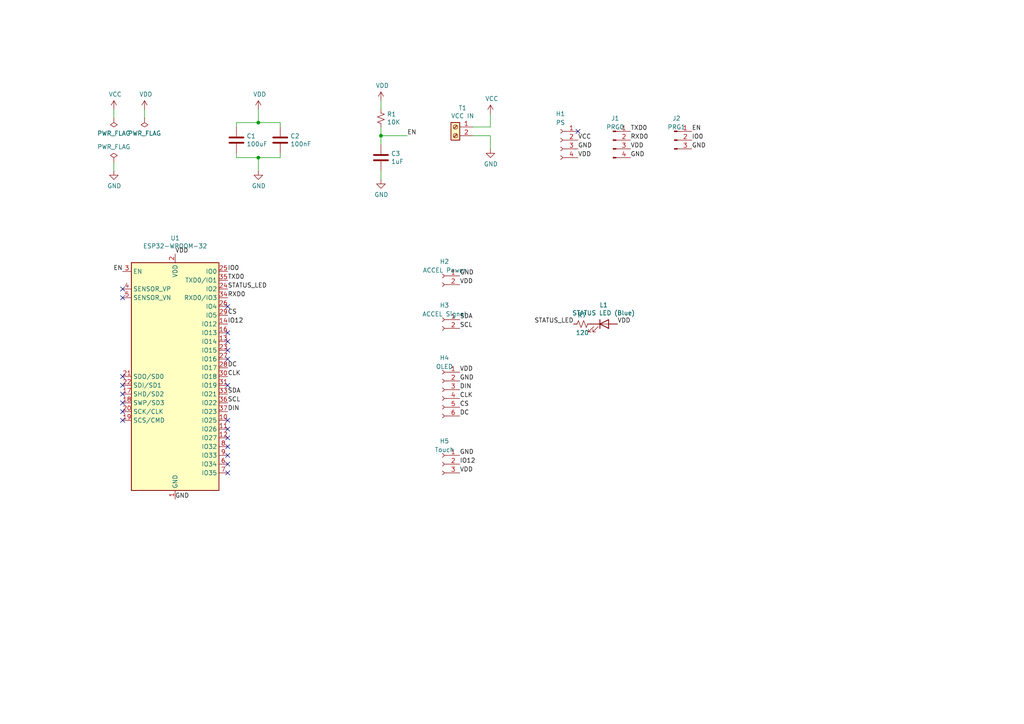
<source format=kicad_sch>
(kicad_sch (version 20211123) (generator eeschema)
  (paper "A4")
  (title_block (title "FELLeveler") (date "2021-10-15") (rev "1.0"))
  (lib_symbols
    (symbol "Connector:Conn_01x02_Female" (pin_names (offset 1.016) hide)
      (property "Reference" "J" (at 0 2.54 0))
      (property "Value" "Conn_01x02_Female" (at 0 -5.08 0))
      (symbol "Conn_01x02_Female_1_1"
        (arc (start 0 -2.032) (mid -0.508 -2.54) (end 0 -3.048) (stroke (width 0.1524)))
        (polyline (pts (xy -1.27 -2.54) (xy -0.508 -2.54)) (stroke (width 0.1524)))
        (polyline (pts (xy -1.27 0) (xy -0.508 0)) (stroke (width 0.1524)))
        (arc (start 0 0.508) (mid -0.508 0) (end 0 -0.508) (stroke (width 0.1524)))
        (pin passive line (at -5.08 0 0) (length 3.81) (name "Pin_1") (number "1"))
        (pin passive line (at -5.08 -2.54 0) (length 3.81) (name "Pin_2") (number "2"))
      )
    )
    (symbol "Connector:Conn_01x03_Female" (pin_names (offset 1.016) hide)
      (property "Reference" "J" (at 0 5.08 0))
      (property "Value" "Conn_01x03_Female" (at 0 -5.08 0))
      (symbol "Conn_01x03_Female_1_1"
        (arc (start 0 -2.032) (mid -0.508 -2.54) (end 0 -3.048) (stroke (width 0.1524)))
        (polyline (pts (xy -1.27 -2.54) (xy -0.508 -2.54)) (stroke (width 0.1524)))
        (polyline (pts (xy -1.27 0) (xy -0.508 0)) (stroke (width 0.1524)))
        (polyline (pts (xy -1.27 2.54) (xy -0.508 2.54)) (stroke (width 0.1524)))
        (arc (start 0 0.508) (mid -0.508 0) (end 0 -0.508) (stroke (width 0.1524)))
        (arc (start 0 3.048) (mid -0.508 2.54) (end 0 2.032) (stroke (width 0.1524)))
        (pin passive line (at -5.08 2.54 0) (length 3.81) (name "Pin_1") (number "1"))
        (pin passive line (at -5.08 0 0) (length 3.81) (name "Pin_2") (number "2"))
        (pin passive line (at -5.08 -2.54 0) (length 3.81) (name "Pin_3") (number "3"))
      )
    )
    (symbol "Connector:Conn_01x03_Male" (pin_names (offset 1.016) hide)
      (property "Reference" "J" (at 0 5.08 0))
      (property "Value" "Conn_01x03_Male" (at 0 -5.08 0))
      (symbol "Conn_01x03_Male_1_1"
        (polyline (pts (xy 1.27 -2.54) (xy 0.8636 -2.54)) (stroke (width 0.1524)))
        (polyline (pts (xy 1.27 0) (xy 0.8636 0)) (stroke (width 0.1524)))
        (polyline (pts (xy 1.27 2.54) (xy 0.8636 2.54)) (stroke (width 0.1524)))
        (rectangle (start 0.8636 -2.413) (end 0 -2.667) (stroke (width 0.1524)) (fill (type outline)))
        (rectangle (start 0.8636 0.127) (end 0 -0.127) (stroke (width 0.1524)) (fill (type outline)))
        (rectangle (start 0.8636 2.667) (end 0 2.413) (stroke (width 0.1524)) (fill (type outline)))
        (pin passive line (at 5.08 2.54 180) (length 3.81) (name "Pin_1") (number "1"))
        (pin passive line (at 5.08 0 180) (length 3.81) (name "Pin_2") (number "2"))
        (pin passive line (at 5.08 -2.54 180) (length 3.81) (name "Pin_3") (number "3"))
      )
    )
    (symbol "Connector:Conn_01x04_Female" (pin_names (offset 1.016) hide)
      (property "Reference" "J" (at 0 5.08 0))
      (property "Value" "Conn_01x04_Female" (at 0 -7.62 0))
      (symbol "Conn_01x04_Female_1_1"
        (arc (start 0 -4.572) (mid -0.508 -5.08) (end 0 -5.588) (stroke (width 0.1524)))
        (arc (start 0 -2.032) (mid -0.508 -2.54) (end 0 -3.048) (stroke (width 0.1524)))
        (polyline (pts (xy -1.27 -5.08) (xy -0.508 -5.08)) (stroke (width 0.1524)))
        (polyline (pts (xy -1.27 -2.54) (xy -0.508 -2.54)) (stroke (width 0.1524)))
        (polyline (pts (xy -1.27 0) (xy -0.508 0)) (stroke (width 0.1524)))
        (polyline (pts (xy -1.27 2.54) (xy -0.508 2.54)) (stroke (width 0.1524)))
        (arc (start 0 0.508) (mid -0.508 0) (end 0 -0.508) (stroke (width 0.1524)))
        (arc (start 0 3.048) (mid -0.508 2.54) (end 0 2.032) (stroke (width 0.1524)))
        (pin passive line (at -5.08 2.54 0) (length 3.81) (name "Pin_1") (number "1"))
        (pin passive line (at -5.08 0 0) (length 3.81) (name "Pin_2") (number "2"))
        (pin passive line (at -5.08 -2.54 0) (length 3.81) (name "Pin_3") (number "3"))
        (pin passive line (at -5.08 -5.08 0) (length 3.81) (name "Pin_4") (number "4"))
      )
    )
    (symbol "Connector:Conn_01x04_Male" (pin_names (offset 1.016) hide)
      (property "Reference" "J" (at 0 5.08 0))
      (property "Value" "Conn_01x04_Male" (at 0 -7.62 0))
      (symbol "Conn_01x04_Male_1_1"
        (polyline (pts (xy 1.27 -5.08) (xy 0.8636 -5.08)) (stroke (width 0.1524)))
        (polyline (pts (xy 1.27 -2.54) (xy 0.8636 -2.54)) (stroke (width 0.1524)))
        (polyline (pts (xy 1.27 0) (xy 0.8636 0)) (stroke (width 0.1524)))
        (polyline (pts (xy 1.27 2.54) (xy 0.8636 2.54)) (stroke (width 0.1524)))
        (rectangle (start 0.8636 -4.953) (end 0 -5.207) (stroke (width 0.1524)) (fill (type outline)))
        (rectangle (start 0.8636 -2.413) (end 0 -2.667) (stroke (width 0.1524)) (fill (type outline)))
        (rectangle (start 0.8636 0.127) (end 0 -0.127) (stroke (width 0.1524)) (fill (type outline)))
        (rectangle (start 0.8636 2.667) (end 0 2.413) (stroke (width 0.1524)) (fill (type outline)))
        (pin passive line (at 5.08 2.54 180) (length 3.81) (name "Pin_1") (number "1"))
        (pin passive line (at 5.08 0 180) (length 3.81) (name "Pin_2") (number "2"))
        (pin passive line (at 5.08 -2.54 180) (length 3.81) (name "Pin_3") (number "3"))
        (pin passive line (at 5.08 -5.08 180) (length 3.81) (name "Pin_4") (number "4"))
      )
    )
    (symbol "Connector:Conn_01x06_Female" (pin_names (offset 1.016) hide)
      (property "Reference" "J" (at 0 7.62 0))
      (property "Value" "Conn_01x06_Female" (at 0 -10.16 0))
      (symbol "Conn_01x06_Female_1_1"
        (arc (start 0 -7.112) (mid -0.508 -7.62) (end 0 -8.128) (stroke (width 0.1524)))
        (arc (start 0 -4.572) (mid -0.508 -5.08) (end 0 -5.588) (stroke (width 0.1524)))
        (arc (start 0 -2.032) (mid -0.508 -2.54) (end 0 -3.048) (stroke (width 0.1524)))
        (polyline (pts (xy -1.27 -7.62) (xy -0.508 -7.62)) (stroke (width 0.1524)))
        (polyline (pts (xy -1.27 -5.08) (xy -0.508 -5.08)) (stroke (width 0.1524)))
        (polyline (pts (xy -1.27 -2.54) (xy -0.508 -2.54)) (stroke (width 0.1524)))
        (polyline (pts (xy -1.27 0) (xy -0.508 0)) (stroke (width 0.1524)))
        (polyline (pts (xy -1.27 2.54) (xy -0.508 2.54)) (stroke (width 0.1524)))
        (polyline (pts (xy -1.27 5.08) (xy -0.508 5.08)) (stroke (width 0.1524)))
        (arc (start 0 0.508) (mid -0.508 0) (end 0 -0.508) (stroke (width 0.1524)))
        (arc (start 0 3.048) (mid -0.508 2.54) (end 0 2.032) (stroke (width 0.1524)))
        (arc (start 0 5.588) (mid -0.508 5.08) (end 0 4.572) (stroke (width 0.1524)))
        (pin passive line (at -5.08 5.08 0) (length 3.81) (name "Pin_1") (number "1"))
        (pin passive line (at -5.08 2.54 0) (length 3.81) (name "Pin_2") (number "2"))
        (pin passive line (at -5.08 0 0) (length 3.81) (name "Pin_3") (number "3"))
        (pin passive line (at -5.08 -2.54 0) (length 3.81) (name "Pin_4") (number "4"))
        (pin passive line (at -5.08 -5.08 0) (length 3.81) (name "Pin_5") (number "5"))
        (pin passive line (at -5.08 -7.62 0) (length 3.81) (name "Pin_6") (number "6"))
      )
    )
    (symbol "Connector:Screw_Terminal_01x02" (pin_names (offset 1.016) hide)
      (property "Reference" "J" (at 0 2.54 0))
      (property "Value" "Screw_Terminal_01x02" (at 0 -5.08 0))
      (symbol "Screw_Terminal_01x02_1_1"
        (rectangle (start -1.27 1.27) (end 1.27 -3.81) (stroke (width 0.254)) (fill (type background)))
        (circle (center 0 -2.54) (radius 0.635) (stroke (width 0.1524)))
        (polyline (pts (xy -0.5334 -2.2098) (xy 0.3302 -3.048)) (stroke (width 0.1524)))
        (polyline (pts (xy -0.5334 0.3302) (xy 0.3302 -0.508)) (stroke (width 0.1524)))
        (polyline (pts (xy -0.3556 -2.032) (xy 0.508 -2.8702)) (stroke (width 0.1524)))
        (polyline (pts (xy -0.3556 0.508) (xy 0.508 -0.3302)) (stroke (width 0.1524)))
        (circle (center 0 0) (radius 0.635) (stroke (width 0.1524)))
        (pin passive line (at -5.08 0 0) (length 3.81) (name "Pin_1") (number "1"))
        (pin passive line (at -5.08 -2.54 0) (length 3.81) (name "Pin_2") (number "2"))
      )
    )
    (symbol "Device:C" (pin_numbers hide) (pin_names (offset 0.254))
      (property "Reference" "C" (at 0.635 2.54 0))
      (property "Value" "C" (at 0.635 -2.54 0))
      (symbol "C_0_1"
        (polyline (pts (xy -2.032 -0.762) (xy 2.032 -0.762)) (stroke (width 0.508)))
        (polyline (pts (xy -2.032 0.762) (xy 2.032 0.762)) (stroke (width 0.508)))
      )
      (symbol "C_1_1"
        (pin passive line (at 0 3.81 270) (length 2.794) (name "~") (number "1"))
        (pin passive line (at 0 -3.81 90) (length 2.794) (name "~") (number "2"))
      )
    )
    (symbol "Device:LED" (pin_numbers hide) (pin_names (offset 1.016) hide)
      (property "Reference" "D" (at 0 2.54 0))
      (property "Value" "LED" (at 0 -2.54 0))
      (symbol "LED_0_1"
        (polyline (pts (xy -1.27 -1.27) (xy -1.27 1.27)) (stroke (width 0.254)))
        (polyline (pts (xy -1.27 0) (xy 1.27 0)))
        (polyline (pts (xy 1.27 -1.27) (xy 1.27 1.27) (xy -1.27 0) (xy 1.27 -1.27)) (stroke (width 0.254)))
        (polyline (pts (xy -3.048 -0.762) (xy -4.572 -2.286) (xy -3.81 -2.286) (xy -4.572 -2.286) (xy -4.572 -1.524)))
        (polyline (pts (xy -1.778 -0.762) (xy -3.302 -2.286) (xy -2.54 -2.286) (xy -3.302 -2.286) (xy -3.302 -1.524)))
      )
      (symbol "LED_1_1"
        (pin passive line (at -3.81 0 0) (length 2.54) (name "K") (number "1"))
        (pin passive line (at 3.81 0 180) (length 2.54) (name "A") (number "2"))
      )
    )
    (symbol "Device:R_Small_US" (pin_numbers hide) (pin_names (offset 0.254) hide)
      (property "Reference" "R" (at 0.762 0.508 0))
      (property "Value" "R_Small_US" (at 0.762 -1.016 0))
      (symbol "R_Small_US_1_1"
        (polyline (pts (xy 0 0) (xy 1.016 -0.381) (xy 0 -0.762) (xy -1.016 -1.143) (xy 0 -1.524)))
        (polyline (pts (xy 0 1.524) (xy 1.016 1.143) (xy 0 0.762) (xy -1.016 0.381) (xy 0 0)))
        (pin passive line (at 0 2.54 270) (length 1.016) (name "~") (number "1"))
        (pin passive line (at 0 -2.54 90) (length 1.016) (name "~") (number "2"))
      )
    )
    (symbol "RF_Module:ESP32-WROOM-32"
      (property "Reference" "U" (at -12.7 34.29 0))
      (property "Value" "ESP32-WROOM-32" (at 1.27 34.29 0))
      (symbol "ESP32-WROOM-32_0_1"
        (rectangle (start -12.7 33.02) (end 12.7 -33.02) (stroke (width 0.254)) (fill (type background)))
      )
      (symbol "ESP32-WROOM-32_1_1"
        (pin power_in line (at 0 -35.56 90) (length 2.54) (name "GND") (number "1"))
        (pin bidirectional line (at 15.24 -12.7 180) (length 2.54) (name "IO25") (number "10"))
        (pin bidirectional line (at 15.24 -15.24 180) (length 2.54) (name "IO26") (number "11"))
        (pin bidirectional line (at 15.24 -17.78 180) (length 2.54) (name "IO27") (number "12"))
        (pin bidirectional line (at 15.24 10.16 180) (length 2.54) (name "IO14") (number "13"))
        (pin bidirectional line (at 15.24 15.24 180) (length 2.54) (name "IO12") (number "14"))
        (pin passive line (at 0 -35.56 90) (length 2.54) hide (name "GND") (number "15"))
        (pin bidirectional line (at 15.24 12.7 180) (length 2.54) (name "IO13") (number "16"))
        (pin bidirectional line (at -15.24 -5.08 0) (length 2.54) (name "SHD/SD2") (number "17"))
        (pin bidirectional line (at -15.24 -7.62 0) (length 2.54) (name "SWP/SD3") (number "18"))
        (pin bidirectional line (at -15.24 -12.7 0) (length 2.54) (name "SCS/CMD") (number "19"))
        (pin power_in line (at 0 35.56 270) (length 2.54) (name "VDD") (number "2"))
        (pin bidirectional line (at -15.24 -10.16 0) (length 2.54) (name "SCK/CLK") (number "20"))
        (pin bidirectional line (at -15.24 0 0) (length 2.54) (name "SDO/SD0") (number "21"))
        (pin bidirectional line (at -15.24 -2.54 0) (length 2.54) (name "SDI/SD1") (number "22"))
        (pin bidirectional line (at 15.24 7.62 180) (length 2.54) (name "IO15") (number "23"))
        (pin bidirectional line (at 15.24 25.4 180) (length 2.54) (name "IO2") (number "24"))
        (pin bidirectional line (at 15.24 30.48 180) (length 2.54) (name "IO0") (number "25"))
        (pin bidirectional line (at 15.24 20.32 180) (length 2.54) (name "IO4") (number "26"))
        (pin bidirectional line (at 15.24 5.08 180) (length 2.54) (name "IO16") (number "27"))
        (pin bidirectional line (at 15.24 2.54 180) (length 2.54) (name "IO17") (number "28"))
        (pin bidirectional line (at 15.24 17.78 180) (length 2.54) (name "IO5") (number "29"))
        (pin input line (at -15.24 30.48 0) (length 2.54) (name "EN") (number "3"))
        (pin bidirectional line (at 15.24 0 180) (length 2.54) (name "IO18") (number "30"))
        (pin bidirectional line (at 15.24 -2.54 180) (length 2.54) (name "IO19") (number "31"))
        (pin no_connect line (at -12.7 -27.94 0) (length 2.54) hide (name "NC") (number "32"))
        (pin bidirectional line (at 15.24 -5.08 180) (length 2.54) (name "IO21") (number "33"))
        (pin bidirectional line (at 15.24 22.86 180) (length 2.54) (name "RXD0/IO3") (number "34"))
        (pin bidirectional line (at 15.24 27.94 180) (length 2.54) (name "TXD0/IO1") (number "35"))
        (pin bidirectional line (at 15.24 -7.62 180) (length 2.54) (name "IO22") (number "36"))
        (pin bidirectional line (at 15.24 -10.16 180) (length 2.54) (name "IO23") (number "37"))
        (pin passive line (at 0 -35.56 90) (length 2.54) hide (name "GND") (number "38"))
        (pin passive line (at 0 -35.56 90) (length 2.54) hide (name "GND") (number "39"))
        (pin input line (at -15.24 25.4 0) (length 2.54) (name "SENSOR_VP") (number "4"))
        (pin input line (at -15.24 22.86 0) (length 2.54) (name "SENSOR_VN") (number "5"))
        (pin input line (at 15.24 -25.4 180) (length 2.54) (name "IO34") (number "6"))
        (pin input line (at 15.24 -27.94 180) (length 2.54) (name "IO35") (number "7"))
        (pin bidirectional line (at 15.24 -20.32 180) (length 2.54) (name "IO32") (number "8"))
        (pin bidirectional line (at 15.24 -22.86 180) (length 2.54) (name "IO33") (number "9"))
      )
    )
    (symbol "power:GND" (power) (pin_names (offset 0))
      (property "Value" "GND" (at 0 -3.81 0))
      (symbol "GND_0_1"
        (polyline (pts (xy 0 0) (xy 0 -1.27) (xy 1.27 -1.27) (xy 0 -2.54) (xy -1.27 -1.27) (xy 0 -1.27)))
      )
      (symbol "GND_1_1"
        (pin power_in line (at 0 0 270) (length 0) hide (name "GND") (number "1"))
      )
    )
    (symbol "power:PWR_FLAG" (power) (pin_numbers hide) (pin_names (offset 0) hide)
      (property "Value" "PWR_FLAG" (at 0 3.81 0))
      (symbol "PWR_FLAG_0_0"
        (pin power_out line (at 0 0 90) (length 0) (name "pwr") (number "1"))
      )
      (symbol "PWR_FLAG_0_1"
        (polyline (pts (xy 0 0) (xy 0 1.27) (xy -1.016 1.905) (xy 0 2.54) (xy 1.016 1.905) (xy 0 1.27)))
      )
    )
    (symbol "power:VCC" (power) (pin_names (offset 0))
      (property "Value" "VCC" (at 0 3.81 0))
      (symbol "VCC_0_1"
        (polyline (pts (xy -0.762 1.27) (xy 0 2.54)))
        (polyline (pts (xy 0 0) (xy 0 2.54)))
        (polyline (pts (xy 0 2.54) (xy 0.762 1.27)))
      )
      (symbol "VCC_1_1"
        (pin power_in line (at 0 0 90) (length 0) hide (name "VCC") (number "1"))
      )
    )
    (symbol "power:VDD" (power) (pin_names (offset 0))
      (property "Value" "VDD" (at 0 3.81 0))
      (symbol "VDD_0_1"
        (polyline (pts (xy -0.762 1.27) (xy 0 2.54)))
        (polyline (pts (xy 0 0) (xy 0 2.54)))
        (polyline (pts (xy 0 2.54) (xy 0.762 1.27)))
      )
      (symbol "VDD_1_1"
        (pin power_in line (at 0 0 90) (length 0) hide (name "VDD") (number "1"))
      )
    )
  )
  (junction (at 110.49 39.37))
  (junction (at 74.93 45.72))
  (junction (at 74.93 35.56))
  (no_connect (at 35.56 83.82))
  (no_connect (at 66.04 101.6))
  (no_connect (at 35.56 114.3))
  (no_connect (at 66.04 129.54))
  (no_connect (at 35.56 121.92))
  (no_connect (at 35.56 109.22))
  (no_connect (at 66.04 127))
  (no_connect (at 66.04 124.46))
  (no_connect (at 66.04 132.08))
  (no_connect (at 66.04 88.9))
  (no_connect (at 66.04 104.14))
  (no_connect (at 66.04 111.76))
  (no_connect (at 66.04 121.92))
  (no_connect (at 66.04 99.06))
  (no_connect (at 66.04 137.16))
  (no_connect (at 35.56 111.76))
  (no_connect (at 66.04 134.62))
  (no_connect (at 35.56 119.38))
  (no_connect (at 35.56 86.36))
  (no_connect (at 35.56 116.84))
  (no_connect (at 167.64 38.1))
  (no_connect (at 66.04 96.52))
  (wire (pts (xy 81.28 45.72) (xy 81.28 44.45)))
  (wire (pts (xy 110.49 39.37) (xy 118.11 39.37)))
  (wire (pts (xy 74.93 35.56) (xy 81.28 35.56)))
  (wire (pts (xy 41.91 31.75) (xy 41.91 34.29)))
  (wire (pts (xy 110.49 49.53) (xy 110.49 52.07)))
  (wire (pts (xy 74.93 35.56) (xy 74.93 31.75)))
  (wire (pts (xy 74.93 45.72) (xy 74.93 49.53)))
  (wire (pts (xy 142.24 39.37) (xy 142.24 43.18)))
  (wire (pts (xy 33.02 31.75) (xy 33.02 34.29)))
  (wire (pts (xy 68.58 44.45) (xy 68.58 45.72)))
  (wire (pts (xy 137.16 36.83) (xy 142.24 36.83)))
  (wire (pts (xy 74.93 45.72) (xy 81.28 45.72)))
  (wire (pts (xy 110.49 39.37) (xy 110.49 41.91)))
  (wire (pts (xy 110.49 29.21) (xy 110.49 31.75)))
  (wire (pts (xy 33.02 46.99) (xy 33.02 49.53)))
  (wire (pts (xy 68.58 45.72) (xy 74.93 45.72)))
  (wire (pts (xy 68.58 35.56) (xy 74.93 35.56)))
  (wire (pts (xy 81.28 35.56) (xy 81.28 36.83)))
  (wire (pts (xy 137.16 39.37) (xy 142.24 39.37)))
  (wire (pts (xy 110.49 36.83) (xy 110.49 39.37)))
  (wire (pts (xy 142.24 36.83) (xy 142.24 33.02)))
  (wire (pts (xy 68.58 36.83) (xy 68.58 35.56)))
  (label "STATUS_LED" (at 166.37 93.98 180))
  (label "IO0" (at 200.66 40.64 0))
  (label "GND" (at 50.8 144.78 0))
  (label "EN" (at 118.11 39.37 0))
  (label "CS" (at 66.04 91.44 0))
  (label "VCC" (at 167.64 40.64 0))
  (label "SDA" (at 66.04 114.3 0))
  (label "VDD" (at 50.8 73.66 0))
  (label "SCL" (at 66.04 116.84 0))
  (label "STATUS_LED" (at 66.04 83.82 0))
  (label "GND" (at 167.64 43.18 0))
  (label "CS" (at 133.35 118.11 0))
  (label "CLK" (at 133.35 115.57 0))
  (label "DC" (at 66.04 106.68 0))
  (label "GND" (at 133.35 132.08 0))
  (label "VDD" (at 133.35 82.55 0))
  (label "DC" (at 133.35 120.65 0))
  (label "GND" (at 182.88 45.72 0))
  (label "SDA" (at 133.35 92.71 0))
  (label "GND" (at 133.35 110.49 0))
  (label "DIN" (at 133.35 113.03 0))
  (label "EN" (at 200.66 38.1 0))
  (label "TXD0" (at 66.04 81.28 0))
  (label "VDD" (at 182.88 43.18 0))
  (label "RXD0" (at 66.04 86.36 0))
  (label "CLK" (at 66.04 109.22 0))
  (label "DIN" (at 66.04 119.38 0))
  (label "IO12" (at 133.35 134.62 0))
  (label "VDD" (at 133.35 107.95 0))
  (label "GND" (at 200.66 43.18 0))
  (label "VDD" (at 133.35 137.16 0))
  (label "VDD" (at 179.07 93.98 0))
  (label "VDD" (at 167.64 45.72 0))
  (label "GND" (at 133.35 80.01 0))
  (label "RXD0" (at 182.88 40.64 0))
  (label "IO12" (at 66.04 93.98 0))
  (label "SCL" (at 133.35 95.25 0))
  (label "TXD0" (at 182.88 38.1 0))
  (label "IO0" (at 66.04 78.74 0))
  (label "EN" (at 35.56 78.74 180))
  (symbol (lib_id "RF_Module:ESP32-WROOM-32") (at 50.8 109.22 0) (unit 1)
    (property "Reference" "U1" (at 50.8 69.0626 0))
    (property "Value" "ESP32-WROOM-32" (at 50.8 71.374 0))
    (property "Footprint" "RF_Module:ESP32-WROOM-32" (effects hide))
    (property "Datasheet" "https://www.espressif.com/sites/default/files/documentation/esp32-wroom-32_datasheet_en.pdf" (effects hide))
  )
  (symbol (lib_id "Device:C") (at 68.58 40.64 0) (unit 1)
    (property "Reference" "C1" (at 71.501 39.4716 0) (effects (justify left)))
    (property "Value" "100uF" (at 71.501 41.783 0) (effects (justify left)))
    (property "Footprint" "Capacitor_SMD:C_1206_3216Metric" (effects hide))
  )
  (symbol (lib_id "Device:R_Small_US") (at 110.49 34.29 0) (unit 1)
    (property "Reference" "R1" (at 112.2172 33.1216 0) (effects (justify left)))
    (property "Value" "10K" (at 112.2172 35.433 0) (effects (justify left)))
    (property "Footprint" "Resistor_SMD:R_0805_2012Metric" (effects hide))
  )
  (symbol (lib_id "power:PWR_FLAG") (at 33.02 34.29 0) (mirror x) (unit 1)
    (property "Reference" "#FLG01" (effects hide))
    (property "Value" "PWR_FLAG" (at 33.02 38.6842 0))
  )
  (symbol (lib_id "Device:C") (at 81.28 40.64 0) (unit 1)
    (property "Reference" "C2" (at 84.201 39.4716 0) (effects (justify left)))
    (property "Value" "100nF" (at 84.201 41.783 0) (effects (justify left)))
    (property "Footprint" "Capacitor_SMD:C_0805_2012Metric" (effects hide))
  )
  (symbol (lib_id "Device:C") (at 110.49 45.72 0) (unit 1)
    (property "Reference" "C3" (at 113.411 44.5516 0) (effects (justify left)))
    (property "Value" "1uF" (at 113.411 46.863 0) (effects (justify left)))
    (property "Footprint" "Capacitor_SMD:C_0805_2012Metric" (effects hide))
  )
  (symbol (lib_id "power:GND") (at 74.93 49.53 0) (unit 1)
    (property "Reference" "#PWR08" (effects hide))
    (property "Value" "GND" (at 75.057 53.9242 0))
  )
  (symbol (lib_id "power:GND") (at 110.49 52.07 0) (unit 1)
    (property "Reference" "#PWR09" (effects hide))
    (property "Value" "GND" (at 110.617 56.4642 0))
  )
  (symbol (lib_id "power:PWR_FLAG") (at 33.02 46.99 0) (unit 1)
    (property "Reference" "#FLG03" (effects hide))
    (property "Value" "PWR_FLAG" (at 33.02 42.5958 0))
  )
  (symbol (lib_id "power:GND") (at 33.02 49.53 0) (unit 1)
    (property "Reference" "#PWR07" (effects hide))
    (property "Value" "GND" (at 33.147 53.9242 0))
  )
  (symbol (lib_id "Connector:Screw_Terminal_01x02") (at 132.08 36.83 0) (mirror y) (unit 1)
    (property "Reference" "T1" (at 134.1628 31.3182 0))
    (property "Value" "VCC IN" (at 134.1628 33.6296 0))
    (property "Footprint" "my-terminals:Screw_Terminal_2_P3.5_Horizontal" (effects hide))
  )
  (symbol (lib_id "Connector:Conn_01x04_Female") (at 162.56 40.64 0) (mirror y) (unit 1)
    (property "Reference" "H1" (at 162.56 33.02 0))
    (property "Value" "PS" (at 162.56 35.56 0))
    (property "Footprint" "Connector_PinSocket_2.54mm:PinSocket_1x04_P2.54mm_Horizontal" (effects hide))
  )
  (symbol (lib_id "power:VCC") (at 33.02 31.75 0) (unit 1)
    (property "Reference" "#PWR0101" (effects hide))
    (property "Value" "VCC" (at 33.401 27.3558 0))
  )
  (symbol (lib_id "power:VCC") (at 142.24 33.02 0) (unit 1)
    (property "Reference" "#PWR0102" (effects hide))
    (property "Value" "VCC" (at 142.621 28.6258 0))
  )
  (symbol (lib_id "power:VDD") (at 110.49 29.21 0) (unit 1)
    (property "Reference" "#PWR0103" (effects hide))
    (property "Value" "VDD" (at 110.871 24.8158 0))
  )
  (symbol (lib_id "power:VDD") (at 74.93 31.75 0) (unit 1)
    (property "Reference" "#PWR0106" (effects hide))
    (property "Value" "VDD" (at 75.311 27.3558 0))
  )
  (symbol (lib_id "power:GND") (at 142.24 43.18 0) (unit 1)
    (property "Reference" "#PWR0107" (effects hide))
    (property "Value" "GND" (at 142.367 47.5742 0))
  )
  (symbol (lib_id "power:VDD") (at 41.91 31.75 0) (unit 1)
    (property "Reference" "#PWR0105" (effects hide))
    (property "Value" "VDD" (at 42.291 27.3558 0))
  )
  (symbol (lib_id "power:PWR_FLAG") (at 41.91 34.29 0) (mirror x) (unit 1)
    (property "Reference" "#FLG0101" (effects hide))
    (property "Value" "PWR_FLAG" (at 41.91 38.6842 0))
  )
  (symbol (lib_id "Device:LED") (at 175.26 93.98 0) (unit 1)
    (property "Reference" "L1" (at 175.0822 88.4682 0))
    (property "Value" "STATUS LED (Blue)" (at 175.0822 90.7796 0))
    (property "Footprint" "LED_SMD:LED_0805_2012Metric" (effects hide))
  )
  (symbol (lib_id "Device:R_Small_US") (at 168.91 93.98 90) (unit 1)
    (property "Reference" "R7" (at 170.18 91.44 90) (effects (justify left)))
    (property "Value" "120" (at 168.91 96.52 90))
    (property "Footprint" "Resistor_SMD:R_0805_2012Metric" (effects hide))
  )
  (symbol (lib_id "Connector:Conn_01x02_Female") (at 128.27 80.01 0) (mirror y) (unit 1)
    (property "Reference" "H2" (at 128.905 75.853 0))
    (property "Value" "ACCEL Power" (at 128.905 78.3899 0))
    (property "Footprint" "Connector_PinSocket_2.54mm:PinSocket_1x02_P2.54mm_Horizontal" (effects hide))
  )
  (symbol (lib_id "Connector:Conn_01x02_Female") (at 128.27 92.71 0) (mirror y) (unit 1)
    (property "Reference" "H3" (at 128.905 88.553 0))
    (property "Value" "ACCEL Signal" (at 128.905 91.0899 0))
    (property "Footprint" "Connector_PinSocket_2.54mm:PinSocket_1x02_P2.54mm_Horizontal" (effects hide))
  )
  (symbol (lib_id "Connector:Conn_01x04_Male") (at 177.8 40.64 0) (unit 1)
    (property "Reference" "J1" (at 178.435 34.324 0))
    (property "Value" "PRG0" (at 178.435 36.8609 0))
    (property "Footprint" "Connector_PinHeader_2.54mm:PinHeader_1x04_P2.54mm_Vertical" (effects hide))
  )
  (symbol (lib_id "Connector:Conn_01x03_Male") (at 195.58 40.64 0) (unit 1)
    (property "Reference" "J2" (at 196.215 34.324 0))
    (property "Value" "PRG1" (at 196.215 36.8609 0))
    (property "Footprint" "Connector_PinHeader_2.54mm:PinHeader_1x03_P2.54mm_Vertical" (effects hide))
  )
  (symbol (lib_id "Connector:Conn_01x06_Female") (at 128.27 113.03 0) (mirror y) (unit 1)
    (property "Reference" "H4" (at 128.905 103.793 0))
    (property "Value" "OLED" (at 128.905 106.3299 0))
    (property "Footprint" "Connector_PinSocket_2.54mm:PinSocket_1x06_P2.54mm_Vertical" (effects hide))
  )
  (symbol (lib_id "Connector:Conn_01x03_Female") (at 128.27 134.62 0) (mirror y) (unit 1)
    (property "Reference" "H5" (at 128.905 127.923 0))
    (property "Value" "Touch" (at 128.905 130.4599 0))
    (property "Footprint" "Connector_PinSocket_2.54mm:PinSocket_1x03_P2.54mm_Vertical" (effects hide))
  )
)
</source>
